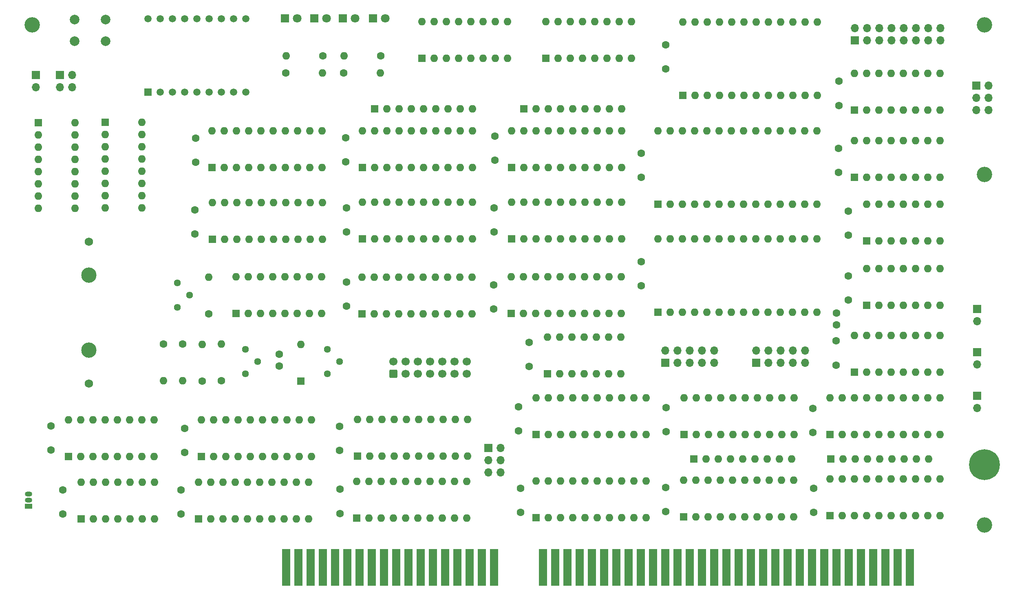
<source format=gbr>
%TF.GenerationSoftware,KiCad,Pcbnew,8.0.4*%
%TF.CreationDate,2024-08-03T13:22:42-04:00*%
%TF.ProjectId,386sxEmbedded,33383673-7845-46d6-9265-646465642e6b,rev?*%
%TF.SameCoordinates,Original*%
%TF.FileFunction,Soldermask,Bot*%
%TF.FilePolarity,Negative*%
%FSLAX46Y46*%
G04 Gerber Fmt 4.6, Leading zero omitted, Abs format (unit mm)*
G04 Created by KiCad (PCBNEW 8.0.4) date 2024-08-03 13:22:42*
%MOMM*%
%LPD*%
G01*
G04 APERTURE LIST*
G04 Aperture macros list*
%AMRoundRect*
0 Rectangle with rounded corners*
0 $1 Rounding radius*
0 $2 $3 $4 $5 $6 $7 $8 $9 X,Y pos of 4 corners*
0 Add a 4 corners polygon primitive as box body*
4,1,4,$2,$3,$4,$5,$6,$7,$8,$9,$2,$3,0*
0 Add four circle primitives for the rounded corners*
1,1,$1+$1,$2,$3*
1,1,$1+$1,$4,$5*
1,1,$1+$1,$6,$7*
1,1,$1+$1,$8,$9*
0 Add four rect primitives between the rounded corners*
20,1,$1+$1,$2,$3,$4,$5,0*
20,1,$1+$1,$4,$5,$6,$7,0*
20,1,$1+$1,$6,$7,$8,$9,0*
20,1,$1+$1,$8,$9,$2,$3,0*%
G04 Aperture macros list end*
%ADD10R,1.700000X1.700000*%
%ADD11O,1.700000X1.700000*%
%ADD12R,1.600000X1.600000*%
%ADD13O,1.600000X1.600000*%
%ADD14C,1.600000*%
%ADD15R,1.500000X1.050000*%
%ADD16O,1.500000X1.050000*%
%ADD17R,1.500000X1.500000*%
%ADD18C,1.500000*%
%ADD19R,1.800000X1.800000*%
%ADD20C,1.800000*%
%ADD21C,1.440000*%
%ADD22RoundRect,0.250000X0.600000X-0.600000X0.600000X0.600000X-0.600000X0.600000X-0.600000X-0.600000X0*%
%ADD23C,1.700000*%
%ADD24C,3.180000*%
%ADD25C,1.734000*%
%ADD26R,1.780000X7.620000*%
%ADD27C,3.200000*%
%ADD28C,2.000000*%
%ADD29C,6.400000*%
G04 APERTURE END LIST*
D10*
%TO.C,JP1*%
X236000000Y-93000000D03*
D11*
X236000000Y-95540000D03*
%TD*%
D12*
%TO.C,U28*%
X108265000Y-78500000D03*
D13*
X110805000Y-78500000D03*
X113345000Y-78500000D03*
X115885000Y-78500000D03*
X118425000Y-78500000D03*
X120965000Y-78500000D03*
X123505000Y-78500000D03*
X126045000Y-78500000D03*
X128585000Y-78500000D03*
X131125000Y-78500000D03*
X131125000Y-70880000D03*
X128585000Y-70880000D03*
X126045000Y-70880000D03*
X123505000Y-70880000D03*
X120965000Y-70880000D03*
X118425000Y-70880000D03*
X115885000Y-70880000D03*
X113345000Y-70880000D03*
X110805000Y-70880000D03*
X108265000Y-70880000D03*
%TD*%
D12*
%TO.C,U8*%
X210470000Y-106180000D03*
D13*
X213010000Y-106180000D03*
X215550000Y-106180000D03*
X218090000Y-106180000D03*
X220630000Y-106180000D03*
X223170000Y-106180000D03*
X225710000Y-106180000D03*
X228250000Y-106180000D03*
X228250000Y-98560000D03*
X225710000Y-98560000D03*
X223170000Y-98560000D03*
X220630000Y-98560000D03*
X218090000Y-98560000D03*
X215550000Y-98560000D03*
X213010000Y-98560000D03*
X210470000Y-98560000D03*
%TD*%
D14*
%TO.C,C12*%
X207250000Y-45750000D03*
X207250000Y-50750000D03*
%TD*%
%TO.C,R20*%
X71000000Y-100300000D03*
D13*
X71000000Y-107920000D03*
%TD*%
D14*
%TO.C,R1*%
X76375000Y-94080000D03*
D13*
X76375000Y-86460000D03*
%TD*%
D15*
%TO.C,U30*%
X39000000Y-134040000D03*
D16*
X39000000Y-132770000D03*
X39000000Y-131500000D03*
%TD*%
D14*
%TO.C,C19*%
X171335000Y-38180000D03*
X171335000Y-43180000D03*
%TD*%
D12*
%TO.C,U4*%
X205380000Y-136000000D03*
D13*
X207920000Y-136000000D03*
X210460000Y-136000000D03*
X213000000Y-136000000D03*
X215540000Y-136000000D03*
X218080000Y-136000000D03*
X220620000Y-136000000D03*
X223160000Y-136000000D03*
X225700000Y-136000000D03*
X228240000Y-136000000D03*
X228240000Y-128380000D03*
X225700000Y-128380000D03*
X223160000Y-128380000D03*
X220620000Y-128380000D03*
X218080000Y-128380000D03*
X215540000Y-128380000D03*
X213000000Y-128380000D03*
X210460000Y-128380000D03*
X207920000Y-128380000D03*
X205380000Y-128380000D03*
%TD*%
D17*
%TO.C,U15*%
X63780000Y-48000000D03*
D18*
X66320000Y-48000000D03*
X68860000Y-48000000D03*
X71400000Y-48000000D03*
X73940000Y-48000000D03*
X76480000Y-48000000D03*
X79020000Y-48000000D03*
X81560000Y-48000000D03*
X84100000Y-48000000D03*
X84100000Y-32760000D03*
X81560000Y-32760000D03*
X79020000Y-32760000D03*
X76480000Y-32760000D03*
X73940000Y-32760000D03*
X71400000Y-32760000D03*
X68860000Y-32760000D03*
X66320000Y-32760000D03*
X63780000Y-32760000D03*
%TD*%
D12*
%TO.C,U27*%
X169710000Y-93680000D03*
D13*
X172250000Y-93680000D03*
X174790000Y-93680000D03*
X177330000Y-93680000D03*
X179870000Y-93680000D03*
X182410000Y-93680000D03*
X184950000Y-93680000D03*
X187490000Y-93680000D03*
X190030000Y-93680000D03*
X192570000Y-93680000D03*
X195110000Y-93680000D03*
X197650000Y-93680000D03*
X200190000Y-93680000D03*
X202730000Y-93680000D03*
X202730000Y-78440000D03*
X200190000Y-78440000D03*
X197650000Y-78440000D03*
X195110000Y-78440000D03*
X192570000Y-78440000D03*
X190030000Y-78440000D03*
X187490000Y-78440000D03*
X184950000Y-78440000D03*
X182410000Y-78440000D03*
X179870000Y-78440000D03*
X177330000Y-78440000D03*
X174790000Y-78440000D03*
X172250000Y-78440000D03*
X169710000Y-78440000D03*
%TD*%
D12*
%TO.C,U13*%
X77140000Y-78600000D03*
D13*
X79680000Y-78600000D03*
X82220000Y-78600000D03*
X84760000Y-78600000D03*
X87300000Y-78600000D03*
X89840000Y-78600000D03*
X92380000Y-78600000D03*
X94920000Y-78600000D03*
X97460000Y-78600000D03*
X100000000Y-78600000D03*
X100000000Y-70980000D03*
X97460000Y-70980000D03*
X94920000Y-70980000D03*
X92380000Y-70980000D03*
X89840000Y-70980000D03*
X87300000Y-70980000D03*
X84760000Y-70980000D03*
X82220000Y-70980000D03*
X79680000Y-70980000D03*
X77140000Y-70980000D03*
%TD*%
D19*
%TO.C,D5*%
X110500000Y-32700000D03*
D20*
X113040000Y-32700000D03*
%TD*%
D14*
%TO.C,C6*%
X70600000Y-135600000D03*
X70600000Y-130600000D03*
%TD*%
D12*
%TO.C,U31*%
X108240000Y-94060000D03*
D13*
X110780000Y-94060000D03*
X113320000Y-94060000D03*
X115860000Y-94060000D03*
X118400000Y-94060000D03*
X120940000Y-94060000D03*
X123480000Y-94060000D03*
X126020000Y-94060000D03*
X128560000Y-94060000D03*
X131100000Y-94060000D03*
X131100000Y-86440000D03*
X128560000Y-86440000D03*
X126020000Y-86440000D03*
X123480000Y-86440000D03*
X120940000Y-86440000D03*
X118400000Y-86440000D03*
X115860000Y-86440000D03*
X113320000Y-86440000D03*
X110780000Y-86440000D03*
X108240000Y-86440000D03*
%TD*%
D12*
%TO.C,U23*%
X169710000Y-71240000D03*
D13*
X172250000Y-71240000D03*
X174790000Y-71240000D03*
X177330000Y-71240000D03*
X179870000Y-71240000D03*
X182410000Y-71240000D03*
X184950000Y-71240000D03*
X187490000Y-71240000D03*
X190030000Y-71240000D03*
X192570000Y-71240000D03*
X195110000Y-71240000D03*
X197650000Y-71240000D03*
X200190000Y-71240000D03*
X202730000Y-71240000D03*
X202730000Y-56000000D03*
X200190000Y-56000000D03*
X197650000Y-56000000D03*
X195110000Y-56000000D03*
X192570000Y-56000000D03*
X190030000Y-56000000D03*
X187490000Y-56000000D03*
X184950000Y-56000000D03*
X182410000Y-56000000D03*
X179870000Y-56000000D03*
X177330000Y-56000000D03*
X174790000Y-56000000D03*
X172250000Y-56000000D03*
X169710000Y-56000000D03*
%TD*%
D14*
%TO.C,C15*%
X73500000Y-72500000D03*
X73500000Y-77500000D03*
%TD*%
%TO.C,C28*%
X105000000Y-72000000D03*
X105000000Y-77000000D03*
%TD*%
D21*
%TO.C,RV1*%
X69835000Y-87620000D03*
X72375000Y-90160000D03*
X69835000Y-92700000D03*
%TD*%
D14*
%TO.C,C10*%
X209210000Y-86180000D03*
X209210000Y-91180000D03*
%TD*%
D12*
%TO.C,U24*%
X107265000Y-123570000D03*
D13*
X109805000Y-123570000D03*
X112345000Y-123570000D03*
X114885000Y-123570000D03*
X117425000Y-123570000D03*
X119965000Y-123570000D03*
X122505000Y-123570000D03*
X125045000Y-123570000D03*
X127585000Y-123570000D03*
X130125000Y-123570000D03*
X130125000Y-115950000D03*
X127585000Y-115950000D03*
X125045000Y-115950000D03*
X122505000Y-115950000D03*
X119965000Y-115950000D03*
X117425000Y-115950000D03*
X114885000Y-115950000D03*
X112345000Y-115950000D03*
X109805000Y-115950000D03*
X107265000Y-115950000D03*
%TD*%
D22*
%TO.C,J9*%
X114760000Y-106540000D03*
D23*
X114760000Y-104000000D03*
X117300000Y-106540000D03*
X117300000Y-104000000D03*
X119840000Y-106540000D03*
X119840000Y-104000000D03*
X122380000Y-106540000D03*
X122380000Y-104000000D03*
X124920000Y-106540000D03*
X124920000Y-104000000D03*
X127460000Y-106540000D03*
X127460000Y-104000000D03*
X130000000Y-106540000D03*
X130000000Y-104000000D03*
%TD*%
D19*
%TO.C,D2*%
X92235000Y-32700000D03*
D20*
X94775000Y-32700000D03*
%TD*%
D12*
%TO.C,U22*%
X205380000Y-119120000D03*
D13*
X207920000Y-119120000D03*
X210460000Y-119120000D03*
X213000000Y-119120000D03*
X215540000Y-119120000D03*
X218080000Y-119120000D03*
X220620000Y-119120000D03*
X223160000Y-119120000D03*
X225700000Y-119120000D03*
X228240000Y-119120000D03*
X228240000Y-111500000D03*
X225700000Y-111500000D03*
X223160000Y-111500000D03*
X220620000Y-111500000D03*
X218080000Y-111500000D03*
X215540000Y-111500000D03*
X213000000Y-111500000D03*
X210460000Y-111500000D03*
X207920000Y-111500000D03*
X205380000Y-111500000D03*
%TD*%
D14*
%TO.C,C31*%
X105000000Y-87440000D03*
X105000000Y-92440000D03*
%TD*%
D12*
%TO.C,SW3*%
X146420000Y-41000000D03*
D13*
X148960000Y-41000000D03*
X151500000Y-41000000D03*
X154040000Y-41000000D03*
X156580000Y-41000000D03*
X159120000Y-41000000D03*
X161660000Y-41000000D03*
X164200000Y-41000000D03*
X164200000Y-33380000D03*
X161660000Y-33380000D03*
X159120000Y-33380000D03*
X156580000Y-33380000D03*
X154040000Y-33380000D03*
X151500000Y-33380000D03*
X148960000Y-33380000D03*
X146420000Y-33380000D03*
%TD*%
D10*
%TO.C,J2*%
X171210000Y-104220000D03*
D11*
X171210000Y-101680000D03*
X173750000Y-104220000D03*
X173750000Y-101680000D03*
X176290000Y-104220000D03*
X176290000Y-101680000D03*
X178830000Y-104220000D03*
X178830000Y-101680000D03*
X181370000Y-104220000D03*
X181370000Y-101680000D03*
%TD*%
D12*
%TO.C,RN1*%
X177125000Y-124200000D03*
D13*
X179665000Y-124200000D03*
X182205000Y-124200000D03*
X184745000Y-124200000D03*
X187285000Y-124200000D03*
X189825000Y-124200000D03*
X192365000Y-124200000D03*
X194905000Y-124200000D03*
X197445000Y-124200000D03*
%TD*%
D19*
%TO.C,D4*%
X104235000Y-32700000D03*
D20*
X106775000Y-32700000D03*
%TD*%
D14*
%TO.C,C16*%
X73700000Y-57520000D03*
X73700000Y-62520000D03*
%TD*%
D24*
%TO.C,BT1*%
X51500000Y-101600000D03*
X51500000Y-86000000D03*
D25*
X51500000Y-108555000D03*
X51500000Y-79045000D03*
%TD*%
D12*
%TO.C,U26*%
X74865000Y-123670000D03*
D13*
X77405000Y-123670000D03*
X79945000Y-123670000D03*
X82485000Y-123670000D03*
X85025000Y-123670000D03*
X87565000Y-123670000D03*
X90105000Y-123670000D03*
X92645000Y-123670000D03*
X95185000Y-123670000D03*
X97725000Y-123670000D03*
X97725000Y-116050000D03*
X95185000Y-116050000D03*
X92645000Y-116050000D03*
X90105000Y-116050000D03*
X87565000Y-116050000D03*
X85025000Y-116050000D03*
X82485000Y-116050000D03*
X79945000Y-116050000D03*
X77405000Y-116050000D03*
X74865000Y-116050000D03*
%TD*%
D10*
%TO.C,J8*%
X45460000Y-44460000D03*
D11*
X48000000Y-44460000D03*
X45460000Y-47000000D03*
X48000000Y-47000000D03*
%TD*%
D10*
%TO.C,J6*%
X190050000Y-104180000D03*
D11*
X190050000Y-101640000D03*
X192590000Y-104180000D03*
X192590000Y-101640000D03*
X195130000Y-104180000D03*
X195130000Y-101640000D03*
X197670000Y-104180000D03*
X197670000Y-101640000D03*
X200210000Y-104180000D03*
X200210000Y-101640000D03*
%TD*%
D14*
%TO.C,C23*%
X166210000Y-60680000D03*
X166210000Y-65680000D03*
%TD*%
D12*
%TO.C,U3*%
X175000000Y-136250000D03*
D13*
X177540000Y-136250000D03*
X180080000Y-136250000D03*
X182620000Y-136250000D03*
X185160000Y-136250000D03*
X187700000Y-136250000D03*
X190240000Y-136250000D03*
X192780000Y-136250000D03*
X195320000Y-136250000D03*
X197860000Y-136250000D03*
X197860000Y-128630000D03*
X195320000Y-128630000D03*
X192780000Y-128630000D03*
X190240000Y-128630000D03*
X187700000Y-128630000D03*
X185160000Y-128630000D03*
X182620000Y-128630000D03*
X180080000Y-128630000D03*
X177540000Y-128630000D03*
X175000000Y-128630000D03*
%TD*%
D21*
%TO.C,RV3*%
X101000000Y-101420000D03*
X103540000Y-103960000D03*
X101000000Y-106500000D03*
%TD*%
D14*
%TO.C,C18*%
X142935000Y-105000000D03*
X142935000Y-100000000D03*
%TD*%
D10*
%TO.C,J4*%
X40500000Y-44460000D03*
D11*
X40500000Y-47000000D03*
%TD*%
D26*
%TO.C,J1*%
X221975000Y-146710000D03*
X219435000Y-146710000D03*
X216895000Y-146710000D03*
X214355000Y-146710000D03*
X211815000Y-146710000D03*
X209275000Y-146710000D03*
X206735000Y-146710000D03*
X204195000Y-146710000D03*
X201655000Y-146710000D03*
X199115000Y-146710000D03*
X196575000Y-146710000D03*
X194035000Y-146710000D03*
X191495000Y-146710000D03*
X188955000Y-146710000D03*
X186415000Y-146710000D03*
X183875000Y-146710000D03*
X181335000Y-146710000D03*
X178795000Y-146710000D03*
X176255000Y-146710000D03*
X173715000Y-146710000D03*
X171175000Y-146710000D03*
X168635000Y-146710000D03*
X166095000Y-146710000D03*
X163555000Y-146710000D03*
X161015000Y-146710000D03*
X158475000Y-146710000D03*
X155935000Y-146710000D03*
X153395000Y-146710000D03*
X150855000Y-146710000D03*
X148315000Y-146710000D03*
X145775000Y-146710000D03*
X135615000Y-146710000D03*
X133075000Y-146710000D03*
X130535000Y-146710000D03*
X127995000Y-146710000D03*
X125455000Y-146710000D03*
X122915000Y-146710000D03*
X120375000Y-146710000D03*
X117835000Y-146710000D03*
X115295000Y-146710000D03*
X112755000Y-146710000D03*
X110215000Y-146710000D03*
X107675000Y-146710000D03*
X105135000Y-146710000D03*
X102595000Y-146710000D03*
X100055000Y-146710000D03*
X97515000Y-146710000D03*
X94975000Y-146710000D03*
X92435000Y-146710000D03*
%TD*%
D14*
%TO.C,C14*%
X104805000Y-57500000D03*
X104805000Y-62500000D03*
%TD*%
D12*
%TO.C,U32*%
X139265000Y-78500000D03*
D13*
X141805000Y-78500000D03*
X144345000Y-78500000D03*
X146885000Y-78500000D03*
X149425000Y-78500000D03*
X151965000Y-78500000D03*
X154505000Y-78500000D03*
X157045000Y-78500000D03*
X159585000Y-78500000D03*
X162125000Y-78500000D03*
X162125000Y-70880000D03*
X159585000Y-70880000D03*
X157045000Y-70880000D03*
X154505000Y-70880000D03*
X151965000Y-70880000D03*
X149425000Y-70880000D03*
X146885000Y-70880000D03*
X144345000Y-70880000D03*
X141805000Y-70880000D03*
X139265000Y-70880000D03*
%TD*%
D12*
%TO.C,RN4*%
X205560000Y-124180000D03*
D13*
X208100000Y-124180000D03*
X210640000Y-124180000D03*
X213180000Y-124180000D03*
X215720000Y-124180000D03*
X218260000Y-124180000D03*
X220800000Y-124180000D03*
X223340000Y-124180000D03*
X225880000Y-124180000D03*
%TD*%
D14*
%TO.C,C7*%
X43660000Y-122370000D03*
X43660000Y-117370000D03*
%TD*%
D12*
%TO.C,U2*%
X144380000Y-136380000D03*
D13*
X146920000Y-136380000D03*
X149460000Y-136380000D03*
X152000000Y-136380000D03*
X154540000Y-136380000D03*
X157080000Y-136380000D03*
X159620000Y-136380000D03*
X162160000Y-136380000D03*
X164700000Y-136380000D03*
X167240000Y-136380000D03*
X167240000Y-128760000D03*
X164700000Y-128760000D03*
X162160000Y-128760000D03*
X159620000Y-128760000D03*
X157080000Y-128760000D03*
X154540000Y-128760000D03*
X152000000Y-128760000D03*
X149460000Y-128760000D03*
X146920000Y-128760000D03*
X144380000Y-128760000D03*
%TD*%
D14*
%TO.C,C30*%
X135625000Y-72000000D03*
X135625000Y-77000000D03*
%TD*%
D19*
%TO.C,D3*%
X98275000Y-32700000D03*
D20*
X100815000Y-32700000D03*
%TD*%
D12*
%TO.C,U25*%
X82020000Y-94000000D03*
D13*
X84560000Y-94000000D03*
X87100000Y-94000000D03*
X89640000Y-94000000D03*
X92180000Y-94000000D03*
X94720000Y-94000000D03*
X97260000Y-94000000D03*
X99800000Y-94000000D03*
X99800000Y-86380000D03*
X97260000Y-86380000D03*
X94720000Y-86380000D03*
X92180000Y-86380000D03*
X89640000Y-86380000D03*
X87100000Y-86380000D03*
X84560000Y-86380000D03*
X82020000Y-86380000D03*
%TD*%
D14*
%TO.C,R21*%
X100120000Y-40500000D03*
D13*
X92500000Y-40500000D03*
%TD*%
D14*
%TO.C,C4*%
X202040000Y-135310000D03*
X202040000Y-130310000D03*
%TD*%
D12*
%TO.C,RN5*%
X54880000Y-54220000D03*
D13*
X54880000Y-56760000D03*
X54880000Y-59300000D03*
X54880000Y-61840000D03*
X54880000Y-64380000D03*
X54880000Y-66920000D03*
X54880000Y-69460000D03*
X54880000Y-72000000D03*
X62500000Y-72000000D03*
X62500000Y-69460000D03*
X62500000Y-66920000D03*
X62500000Y-64380000D03*
X62500000Y-61840000D03*
X62500000Y-59300000D03*
X62500000Y-56760000D03*
X62500000Y-54220000D03*
%TD*%
D12*
%TO.C,U14*%
X108265000Y-63620000D03*
D13*
X110805000Y-63620000D03*
X113345000Y-63620000D03*
X115885000Y-63620000D03*
X118425000Y-63620000D03*
X120965000Y-63620000D03*
X123505000Y-63620000D03*
X126045000Y-63620000D03*
X128585000Y-63620000D03*
X131125000Y-63620000D03*
X131125000Y-56000000D03*
X128585000Y-56000000D03*
X126045000Y-56000000D03*
X123505000Y-56000000D03*
X120965000Y-56000000D03*
X118425000Y-56000000D03*
X115885000Y-56000000D03*
X113345000Y-56000000D03*
X110805000Y-56000000D03*
X108265000Y-56000000D03*
%TD*%
D10*
%TO.C,JP3*%
X236000000Y-111040000D03*
D11*
X236000000Y-113580000D03*
%TD*%
D12*
%TO.C,U20*%
X144380000Y-119120000D03*
D13*
X146920000Y-119120000D03*
X149460000Y-119120000D03*
X152000000Y-119120000D03*
X154540000Y-119120000D03*
X157080000Y-119120000D03*
X159620000Y-119120000D03*
X162160000Y-119120000D03*
X164700000Y-119120000D03*
X167240000Y-119120000D03*
X167240000Y-111500000D03*
X164700000Y-111500000D03*
X162160000Y-111500000D03*
X159620000Y-111500000D03*
X157080000Y-111500000D03*
X154540000Y-111500000D03*
X152000000Y-111500000D03*
X149460000Y-111500000D03*
X146920000Y-111500000D03*
X144380000Y-111500000D03*
%TD*%
D27*
%TO.C,H3*%
X237500000Y-34000000D03*
%TD*%
D12*
%TO.C,U18*%
X146760000Y-106500000D03*
D13*
X149300000Y-106500000D03*
X151840000Y-106500000D03*
X154380000Y-106500000D03*
X156920000Y-106500000D03*
X159460000Y-106500000D03*
X162000000Y-106500000D03*
X162000000Y-98880000D03*
X159460000Y-98880000D03*
X156920000Y-98880000D03*
X154380000Y-98880000D03*
X151840000Y-98880000D03*
X149300000Y-98880000D03*
X146760000Y-98880000D03*
%TD*%
D12*
%TO.C,U7*%
X47260000Y-123670000D03*
D13*
X49800000Y-123670000D03*
X52340000Y-123670000D03*
X54880000Y-123670000D03*
X57420000Y-123670000D03*
X59960000Y-123670000D03*
X62500000Y-123670000D03*
X65040000Y-123670000D03*
X65040000Y-116050000D03*
X62500000Y-116050000D03*
X59960000Y-116050000D03*
X57420000Y-116050000D03*
X54880000Y-116050000D03*
X52340000Y-116050000D03*
X49800000Y-116050000D03*
X47260000Y-116050000D03*
%TD*%
D12*
%TO.C,U29*%
X139240000Y-94000000D03*
D13*
X141780000Y-94000000D03*
X144320000Y-94000000D03*
X146860000Y-94000000D03*
X149400000Y-94000000D03*
X151940000Y-94000000D03*
X154480000Y-94000000D03*
X157020000Y-94000000D03*
X159560000Y-94000000D03*
X162100000Y-94000000D03*
X162100000Y-86380000D03*
X159560000Y-86380000D03*
X157020000Y-86380000D03*
X154480000Y-86380000D03*
X151940000Y-86380000D03*
X149400000Y-86380000D03*
X146860000Y-86380000D03*
X144320000Y-86380000D03*
X141780000Y-86380000D03*
X139240000Y-86380000D03*
%TD*%
D27*
%TO.C,H5*%
X237500000Y-65100000D03*
%TD*%
D14*
%TO.C,C13*%
X206775000Y-93880000D03*
X206775000Y-96380000D03*
%TD*%
D10*
%TO.C,J5*%
X134460000Y-121880000D03*
D11*
X137000000Y-121880000D03*
X134460000Y-124420000D03*
X137000000Y-124420000D03*
X134460000Y-126960000D03*
X137000000Y-126960000D03*
%TD*%
D14*
%TO.C,C1*%
X46100000Y-130600000D03*
X46100000Y-135600000D03*
%TD*%
D12*
%TO.C,U5*%
X107140000Y-136500000D03*
D13*
X109680000Y-136500000D03*
X112220000Y-136500000D03*
X114760000Y-136500000D03*
X117300000Y-136500000D03*
X119840000Y-136500000D03*
X122380000Y-136500000D03*
X124920000Y-136500000D03*
X127460000Y-136500000D03*
X130000000Y-136500000D03*
X130000000Y-128880000D03*
X127460000Y-128880000D03*
X124920000Y-128880000D03*
X122380000Y-128880000D03*
X119840000Y-128880000D03*
X117300000Y-128880000D03*
X114760000Y-128880000D03*
X112220000Y-128880000D03*
X109680000Y-128880000D03*
X107140000Y-128880000D03*
%TD*%
D12*
%TO.C,U11*%
X210470000Y-65680000D03*
D13*
X213010000Y-65680000D03*
X215550000Y-65680000D03*
X218090000Y-65680000D03*
X220630000Y-65680000D03*
X223170000Y-65680000D03*
X225710000Y-65680000D03*
X228250000Y-65680000D03*
X228250000Y-58060000D03*
X225710000Y-58060000D03*
X223170000Y-58060000D03*
X220630000Y-58060000D03*
X218090000Y-58060000D03*
X215550000Y-58060000D03*
X213010000Y-58060000D03*
X210470000Y-58060000D03*
%TD*%
D14*
%TO.C,C2*%
X141120000Y-135260000D03*
X141120000Y-130260000D03*
%TD*%
%TO.C,C20*%
X140740000Y-113380000D03*
X140740000Y-118380000D03*
%TD*%
D10*
%TO.C,JP2*%
X236000000Y-102040000D03*
D11*
X236000000Y-104580000D03*
%TD*%
D14*
%TO.C,C11*%
X207210000Y-59680000D03*
X207210000Y-64680000D03*
%TD*%
%TO.C,C8*%
X206710000Y-104680000D03*
X206710000Y-99680000D03*
%TD*%
D12*
%TO.C,RN2*%
X110805000Y-51500000D03*
D13*
X113345000Y-51500000D03*
X115885000Y-51500000D03*
X118425000Y-51500000D03*
X120965000Y-51500000D03*
X123505000Y-51500000D03*
X126045000Y-51500000D03*
X128585000Y-51500000D03*
X131125000Y-51500000D03*
%TD*%
D14*
%TO.C,C21*%
X209210000Y-77680000D03*
X209210000Y-72680000D03*
%TD*%
%TO.C,C5*%
X103640000Y-135500000D03*
X103640000Y-130500000D03*
%TD*%
%TO.C,C24*%
X103585000Y-117450000D03*
X103585000Y-122450000D03*
%TD*%
D28*
%TO.C,SW1*%
X55000000Y-37400000D03*
X48500000Y-37400000D03*
X55000000Y-32900000D03*
X48500000Y-32900000D03*
%TD*%
D12*
%TO.C,SW2*%
X120640000Y-41000000D03*
D13*
X123180000Y-41000000D03*
X125720000Y-41000000D03*
X128260000Y-41000000D03*
X130800000Y-41000000D03*
X133340000Y-41000000D03*
X135880000Y-41000000D03*
X138420000Y-41000000D03*
X138420000Y-33380000D03*
X135880000Y-33380000D03*
X133340000Y-33380000D03*
X130800000Y-33380000D03*
X128260000Y-33380000D03*
X125720000Y-33380000D03*
X123180000Y-33380000D03*
X120640000Y-33380000D03*
%TD*%
D14*
%TO.C,C27*%
X166210000Y-83180000D03*
X166210000Y-88180000D03*
%TD*%
%TO.C,C22*%
X201880000Y-113680000D03*
X201880000Y-118680000D03*
%TD*%
D12*
%TO.C,U6*%
X74240000Y-136600000D03*
D13*
X76780000Y-136600000D03*
X79320000Y-136600000D03*
X81860000Y-136600000D03*
X84400000Y-136600000D03*
X86940000Y-136600000D03*
X89480000Y-136600000D03*
X92020000Y-136600000D03*
X94560000Y-136600000D03*
X97100000Y-136600000D03*
X97100000Y-128980000D03*
X94560000Y-128980000D03*
X92020000Y-128980000D03*
X89480000Y-128980000D03*
X86940000Y-128980000D03*
X84400000Y-128980000D03*
X81860000Y-128980000D03*
X79320000Y-128980000D03*
X76780000Y-128980000D03*
X74240000Y-128980000D03*
%TD*%
D14*
%TO.C,C25*%
X71365000Y-117850000D03*
X71365000Y-122850000D03*
%TD*%
%TO.C,C17*%
X135805000Y-57120000D03*
X135805000Y-62120000D03*
%TD*%
D12*
%TO.C,U16*%
X77080000Y-63620000D03*
D13*
X79620000Y-63620000D03*
X82160000Y-63620000D03*
X84700000Y-63620000D03*
X87240000Y-63620000D03*
X89780000Y-63620000D03*
X92320000Y-63620000D03*
X94860000Y-63620000D03*
X97400000Y-63620000D03*
X99940000Y-63620000D03*
X99940000Y-56000000D03*
X97400000Y-56000000D03*
X94860000Y-56000000D03*
X92320000Y-56000000D03*
X89780000Y-56000000D03*
X87240000Y-56000000D03*
X84700000Y-56000000D03*
X82160000Y-56000000D03*
X79620000Y-56000000D03*
X77080000Y-56000000D03*
%TD*%
D14*
%TO.C,C29*%
X135600000Y-88060000D03*
X135600000Y-93060000D03*
%TD*%
%TO.C,R19*%
X75000000Y-108040000D03*
D13*
X75000000Y-100420000D03*
%TD*%
D29*
%TO.C,H1*%
X237500000Y-125400000D03*
%TD*%
D12*
%TO.C,U19*%
X174835000Y-48680000D03*
D13*
X177375000Y-48680000D03*
X179915000Y-48680000D03*
X182455000Y-48680000D03*
X184995000Y-48680000D03*
X187535000Y-48680000D03*
X190075000Y-48680000D03*
X192615000Y-48680000D03*
X195155000Y-48680000D03*
X197695000Y-48680000D03*
X200235000Y-48680000D03*
X202775000Y-48680000D03*
X202775000Y-33440000D03*
X200235000Y-33440000D03*
X197695000Y-33440000D03*
X195155000Y-33440000D03*
X192615000Y-33440000D03*
X190075000Y-33440000D03*
X187535000Y-33440000D03*
X184995000Y-33440000D03*
X182455000Y-33440000D03*
X179915000Y-33440000D03*
X177375000Y-33440000D03*
X174835000Y-33440000D03*
%TD*%
D12*
%TO.C,U21*%
X213010000Y-78880000D03*
D13*
X215550000Y-78880000D03*
X218090000Y-78880000D03*
X220630000Y-78880000D03*
X223170000Y-78880000D03*
X225710000Y-78880000D03*
X228250000Y-78880000D03*
X228250000Y-71260000D03*
X225710000Y-71260000D03*
X223170000Y-71260000D03*
X220630000Y-71260000D03*
X218090000Y-71260000D03*
X215550000Y-71260000D03*
X213010000Y-71260000D03*
%TD*%
D14*
%TO.C,R23*%
X92380000Y-44000000D03*
D13*
X100000000Y-44000000D03*
%TD*%
D14*
%TO.C,R18*%
X79000000Y-107920000D03*
D13*
X79000000Y-100300000D03*
%TD*%
D12*
%TO.C,U10*%
X213035000Y-92300000D03*
D13*
X215575000Y-92300000D03*
X218115000Y-92300000D03*
X220655000Y-92300000D03*
X223195000Y-92300000D03*
X225735000Y-92300000D03*
X228275000Y-92300000D03*
X228275000Y-84680000D03*
X225735000Y-84680000D03*
X223195000Y-84680000D03*
X220655000Y-84680000D03*
X218115000Y-84680000D03*
X215575000Y-84680000D03*
X213035000Y-84680000D03*
%TD*%
D14*
%TO.C,C3*%
X171320000Y-135130000D03*
X171320000Y-130130000D03*
%TD*%
D27*
%TO.C,H4*%
X237500000Y-137900000D03*
%TD*%
D21*
%TO.C,RV2*%
X84000000Y-101420000D03*
X86540000Y-103960000D03*
X84000000Y-106500000D03*
%TD*%
D10*
%TO.C,J7*%
X235800000Y-46620000D03*
D11*
X238340000Y-46620000D03*
X235800000Y-49160000D03*
X238340000Y-49160000D03*
X235800000Y-51700000D03*
X238340000Y-51700000D03*
%TD*%
D14*
%TO.C,C26*%
X91000000Y-102420000D03*
X91000000Y-104920000D03*
%TD*%
D12*
%TO.C,U9*%
X175140000Y-119120000D03*
D13*
X177680000Y-119120000D03*
X180220000Y-119120000D03*
X182760000Y-119120000D03*
X185300000Y-119120000D03*
X187840000Y-119120000D03*
X190380000Y-119120000D03*
X192920000Y-119120000D03*
X195460000Y-119120000D03*
X198000000Y-119120000D03*
X198000000Y-111500000D03*
X195460000Y-111500000D03*
X192920000Y-111500000D03*
X190380000Y-111500000D03*
X187840000Y-111500000D03*
X185300000Y-111500000D03*
X182760000Y-111500000D03*
X180220000Y-111500000D03*
X177680000Y-111500000D03*
X175140000Y-111500000D03*
%TD*%
D14*
%TO.C,C9*%
X171380000Y-113500000D03*
X171380000Y-118500000D03*
%TD*%
D12*
%TO.C,U17*%
X139265000Y-63620000D03*
D13*
X141805000Y-63620000D03*
X144345000Y-63620000D03*
X146885000Y-63620000D03*
X149425000Y-63620000D03*
X151965000Y-63620000D03*
X154505000Y-63620000D03*
X157045000Y-63620000D03*
X159585000Y-63620000D03*
X162125000Y-63620000D03*
X162125000Y-56000000D03*
X159585000Y-56000000D03*
X157045000Y-56000000D03*
X154505000Y-56000000D03*
X151965000Y-56000000D03*
X149425000Y-56000000D03*
X146885000Y-56000000D03*
X144345000Y-56000000D03*
X141805000Y-56000000D03*
X139265000Y-56000000D03*
%TD*%
D12*
%TO.C,U12*%
X210470000Y-51680000D03*
D13*
X213010000Y-51680000D03*
X215550000Y-51680000D03*
X218090000Y-51680000D03*
X220630000Y-51680000D03*
X223170000Y-51680000D03*
X225710000Y-51680000D03*
X228250000Y-51680000D03*
X228250000Y-44060000D03*
X225710000Y-44060000D03*
X223170000Y-44060000D03*
X220630000Y-44060000D03*
X218090000Y-44060000D03*
X215550000Y-44060000D03*
X213010000Y-44060000D03*
X210470000Y-44060000D03*
%TD*%
D14*
%TO.C,R22*%
X112120000Y-40500000D03*
D13*
X104500000Y-40500000D03*
%TD*%
D10*
%TO.C,J3*%
X210550000Y-37220000D03*
D11*
X210550000Y-34680000D03*
X213090000Y-37220000D03*
X213090000Y-34680000D03*
X215630000Y-37220000D03*
X215630000Y-34680000D03*
X218170000Y-37220000D03*
X218170000Y-34680000D03*
X220710000Y-37220000D03*
X220710000Y-34680000D03*
X223250000Y-37220000D03*
X223250000Y-34680000D03*
X225790000Y-37220000D03*
X225790000Y-34680000D03*
X228330000Y-37220000D03*
X228330000Y-34680000D03*
%TD*%
D12*
%TO.C,RN3*%
X141805000Y-51500000D03*
D13*
X144345000Y-51500000D03*
X146885000Y-51500000D03*
X149425000Y-51500000D03*
X151965000Y-51500000D03*
X154505000Y-51500000D03*
X157045000Y-51500000D03*
X159585000Y-51500000D03*
X162125000Y-51500000D03*
%TD*%
D14*
%TO.C,R24*%
X104380000Y-44000000D03*
D13*
X112000000Y-44000000D03*
%TD*%
D14*
%TO.C,R25*%
X67000000Y-100300000D03*
D13*
X67000000Y-107920000D03*
%TD*%
D12*
%TO.C,D1*%
X95500000Y-108040000D03*
D13*
X95500000Y-100420000D03*
%TD*%
D27*
%TO.C,H2*%
X39700000Y-34000000D03*
%TD*%
D12*
%TO.C,RN6*%
X41000000Y-54380000D03*
D13*
X41000000Y-56920000D03*
X41000000Y-59460000D03*
X41000000Y-62000000D03*
X41000000Y-64540000D03*
X41000000Y-67080000D03*
X41000000Y-69620000D03*
X41000000Y-72160000D03*
X48620000Y-72160000D03*
X48620000Y-69620000D03*
X48620000Y-67080000D03*
X48620000Y-64540000D03*
X48620000Y-62000000D03*
X48620000Y-59460000D03*
X48620000Y-56920000D03*
X48620000Y-54380000D03*
%TD*%
D12*
%TO.C,U1*%
X49860000Y-136600000D03*
D13*
X52400000Y-136600000D03*
X54940000Y-136600000D03*
X57480000Y-136600000D03*
X60020000Y-136600000D03*
X62560000Y-136600000D03*
X65100000Y-136600000D03*
X65100000Y-128980000D03*
X62560000Y-128980000D03*
X60020000Y-128980000D03*
X57480000Y-128980000D03*
X54940000Y-128980000D03*
X52400000Y-128980000D03*
X49860000Y-128980000D03*
%TD*%
M02*

</source>
